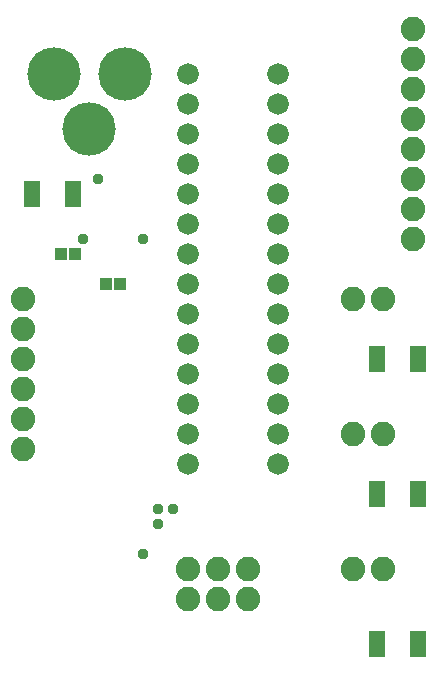
<source format=gts>
G75*
%MOIN*%
%OFA0B0*%
%FSLAX25Y25*%
%IPPOS*%
%LPD*%
%AMOC8*
5,1,8,0,0,1.08239X$1,22.5*
%
%ADD10R,0.04146X0.04343*%
%ADD11C,0.08200*%
%ADD12C,0.17800*%
%ADD13R,0.05800X0.08910*%
%ADD14C,0.07200*%
%ADD15C,0.03778*%
D10*
X0052717Y0136300D03*
X0057283Y0136300D03*
X0042283Y0146300D03*
X0037717Y0146300D03*
D11*
X0025000Y0081300D03*
X0025000Y0091300D03*
X0025000Y0101300D03*
X0025000Y0111300D03*
X0025000Y0121300D03*
X0025000Y0131300D03*
X0080000Y0041300D03*
X0080000Y0031300D03*
X0090000Y0031300D03*
X0090000Y0041300D03*
X0100000Y0041300D03*
X0100000Y0031300D03*
X0135000Y0041300D03*
X0145000Y0041300D03*
X0145000Y0086300D03*
X0135000Y0086300D03*
X0135000Y0131300D03*
X0145000Y0131300D03*
X0155000Y0151300D03*
X0155000Y0161300D03*
X0155000Y0171300D03*
X0155000Y0181300D03*
X0155000Y0191300D03*
X0155000Y0201300D03*
X0155000Y0211300D03*
X0155000Y0221300D03*
D12*
X0058937Y0206300D03*
X0047126Y0187796D03*
X0035315Y0206300D03*
D13*
X0041909Y0166300D03*
X0028091Y0166300D03*
X0143091Y0111300D03*
X0156909Y0111300D03*
X0156909Y0066300D03*
X0143091Y0066300D03*
X0143091Y0016300D03*
X0156909Y0016300D03*
D14*
X0110000Y0076300D03*
X0110000Y0086300D03*
X0110000Y0096300D03*
X0110000Y0106300D03*
X0110000Y0116300D03*
X0110000Y0126300D03*
X0110000Y0136300D03*
X0110000Y0146300D03*
X0110000Y0156300D03*
X0110000Y0166300D03*
X0110000Y0176300D03*
X0110000Y0186300D03*
X0110000Y0196300D03*
X0110000Y0206300D03*
X0080000Y0206300D03*
X0080000Y0196300D03*
X0080000Y0186300D03*
X0080000Y0176300D03*
X0080000Y0166300D03*
X0080000Y0156300D03*
X0080000Y0146300D03*
X0080000Y0136300D03*
X0080000Y0126300D03*
X0080000Y0116300D03*
X0080000Y0106300D03*
X0080000Y0096300D03*
X0080000Y0086300D03*
X0080000Y0076300D03*
D15*
X0075000Y0061300D03*
X0070000Y0061300D03*
X0070000Y0056300D03*
X0065000Y0046300D03*
X0065000Y0151300D03*
X0050000Y0171300D03*
X0045000Y0151300D03*
M02*

</source>
